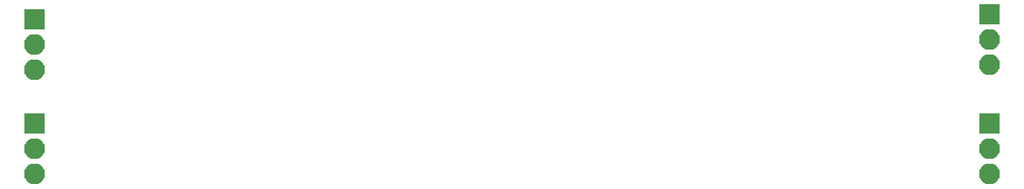
<source format=gbr>
G04 #@! TF.GenerationSoftware,KiCad,Pcbnew,(5.0.0)*
G04 #@! TF.CreationDate,2020-03-31T10:14:20-04:00*
G04 #@! TF.ProjectId,WS2812 STRIP 10CM,57533238313220535452495020313043,rev?*
G04 #@! TF.SameCoordinates,Original*
G04 #@! TF.FileFunction,Soldermask,Bot*
G04 #@! TF.FilePolarity,Negative*
%FSLAX46Y46*%
G04 Gerber Fmt 4.6, Leading zero omitted, Abs format (unit mm)*
G04 Created by KiCad (PCBNEW (5.0.0)) date 03/31/20 10:14:20*
%MOMM*%
%LPD*%
G01*
G04 APERTURE LIST*
%ADD10R,2.100000X2.100000*%
%ADD11O,2.100000X2.100000*%
G04 APERTURE END LIST*
D10*
G04 #@! TO.C,J1*
X87000000Y-52460000D03*
D11*
X87000000Y-55000000D03*
X87000000Y-57540000D03*
G04 #@! TD*
G04 #@! TO.C,J2*
X183000000Y-57080000D03*
X183000000Y-54540000D03*
D10*
X183000000Y-52000000D03*
G04 #@! TD*
D11*
G04 #@! TO.C,J3*
X183000000Y-68080000D03*
X183000000Y-65540000D03*
D10*
X183000000Y-63000000D03*
G04 #@! TD*
G04 #@! TO.C,J4*
X87000000Y-62960000D03*
D11*
X87000000Y-65500000D03*
X87000000Y-68040000D03*
G04 #@! TD*
M02*

</source>
